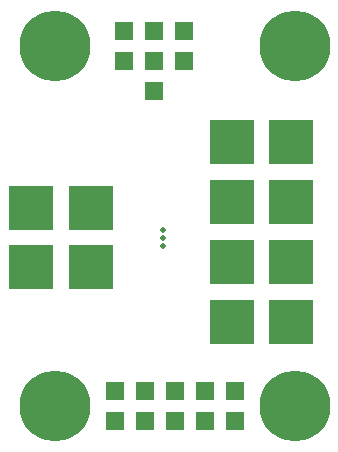
<source format=gbr>
G04 #@! TF.FileFunction,Soldermask,Top*
%FSLAX46Y46*%
G04 Gerber Fmt 4.6, Leading zero omitted, Abs format (unit mm)*
G04 Created by KiCad (PCBNEW (2015-05-13 BZR 5653)-product) date 7. 1. 2016 11:06:17*
%MOMM*%
G01*
G04 APERTURE LIST*
%ADD10C,0.300000*%
%ADD11R,1.524000X1.524000*%
%ADD12R,3.810000X3.810000*%
%ADD13C,6.000000*%
%ADD14C,0.500000*%
G04 APERTURE END LIST*
D10*
D11*
X10922000Y34290000D03*
X10922000Y36830000D03*
X13462000Y34290000D03*
X13462000Y36830000D03*
X16002000Y34290000D03*
X16002000Y36830000D03*
X12700000Y3810000D03*
X12700000Y6350000D03*
X17780000Y3810000D03*
X17780000Y6350000D03*
X15240000Y3810000D03*
X15240000Y6350000D03*
X20320000Y3810000D03*
X20320000Y6350000D03*
X10160000Y6350000D03*
X10160000Y3810000D03*
D12*
X25066000Y27432000D03*
X20066000Y27432000D03*
X25066000Y22352000D03*
X20066000Y22352000D03*
X25066000Y17272000D03*
X20066000Y17272000D03*
X25066000Y12192000D03*
X20066000Y12192000D03*
X3048000Y16844000D03*
X3048000Y21844000D03*
X8128000Y16844000D03*
X8128000Y21844000D03*
D13*
X5080000Y35560000D03*
X25400000Y5080000D03*
X5080000Y5080000D03*
X25400000Y35560000D03*
D14*
X14224000Y18604000D03*
X14224000Y20004000D03*
X14224000Y19304000D03*
D11*
X13462000Y31750000D03*
M02*

</source>
